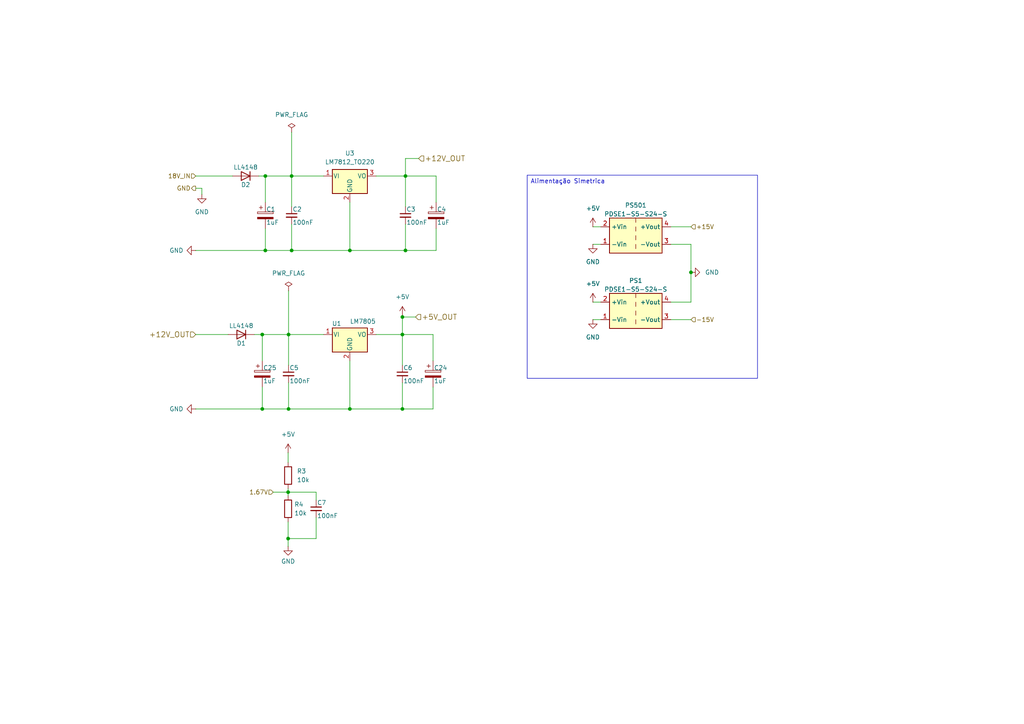
<source format=kicad_sch>
(kicad_sch (version 20250114) (generator "eeschema") (generator_version "9.0")
  (paper "A4")
  (lib_symbols
    (symbol "Converter_DCDC:MEE3S0512SC"
      (property "Reference" "PS" (at -7.62 6.35 0))
      (property "Value" "MEE3S0512SC" (at 1.27 6.35 0))
      (symbol "MEE3S0512SC_0_0"
        (pin power_in line (at -10.16 2.54 0) (length 2.54) (name "+Vin") (number "2"))
        (pin power_in line (at -10.16 -2.54 0) (length 2.54) (name "-Vin") (number "1"))
        (pin power_out line (at 10.16 2.54 180) (length 2.54) (name "+Vout") (number "4"))
        (pin power_out line (at 10.16 -2.54 180) (length 2.54) (name "-Vout") (number "3"))
      )
      (symbol "MEE3S0512SC_0_1"
        (rectangle (start -7.62 5.08) (end 7.62 -5.08) (stroke (width 0.254)) (fill (type background)))
        (polyline (pts (xy 0 5.08) (xy 0 3.81)))
        (polyline (pts (xy 0 2.54) (xy 0 1.27)))
        (polyline (pts (xy 0 0) (xy 0 -1.27)))
        (polyline (pts (xy 0 -2.54) (xy 0 -3.81)))
      )
    )
    (symbol "Device:C_Polarized" (pin_numbers (hide yes)) (pin_names (offset 0.254))
      (property "Reference" "C" (at 0.635 2.54 0))
      (property "Value" "C_Polarized" (at 0.635 -2.54 0))
      (symbol "C_Polarized_0_1"
        (rectangle (start -2.286 0.508) (end 2.286 1.016))
        (polyline (pts (xy -1.778 2.286) (xy -0.762 2.286)))
        (polyline (pts (xy -1.27 2.794) (xy -1.27 1.778)))
        (rectangle (start 2.286 -0.508) (end -2.286 -1.016) (fill (type outline)))
      )
      (symbol "C_Polarized_1_1"
        (pin passive line (at 0 3.81 270) (length 2.794) (name "~") (number "1"))
        (pin passive line (at 0 -3.81 90) (length 2.794) (name "~") (number "2"))
      )
    )
    (symbol "Device:C_Small" (pin_numbers (hide yes)) (pin_names (offset 0.254) (hide yes))
      (property "Reference" "C" (at 0.254 1.778 0))
      (property "Value" "C_Small" (at 0.254 -2.032 0))
      (symbol "C_Small_0_1"
        (polyline (pts (xy -1.524 0.508) (xy 1.524 0.508)) (stroke (width 0.3048)))
        (polyline (pts (xy -1.524 -0.508) (xy 1.524 -0.508)) (stroke (width 0.3302)))
      )
      (symbol "C_Small_1_1"
        (pin passive line (at 0 2.54 270) (length 2.032) (name "~") (number "1"))
        (pin passive line (at 0 -2.54 90) (length 2.032) (name "~") (number "2"))
      )
    )
    (symbol "Device:R" (pin_numbers (hide yes)) (pin_names (offset 0))
      (property "Reference" "R" (at 2.032 0 90))
      (property "Value" "R" (at 0 0 90))
      (symbol "R_0_1"
        (rectangle (start -1.016 -2.54) (end 1.016 2.54) (stroke (width 0.254)))
      )
      (symbol "R_1_1"
        (pin passive line (at 0 3.81 270) (length 1.27) (name "~") (number "1"))
        (pin passive line (at 0 -3.81 90) (length 1.27) (name "~") (number "2"))
      )
    )
    (symbol "Diode:LL4148" (pin_numbers (hide yes)) (pin_names (hide yes))
      (property "Reference" "D" (at 0 2.54 0))
      (property "Value" "LL4148" (at 0 -2.54 0))
      (symbol "LL4148_0_1"
        (polyline (pts (xy -1.27 1.27) (xy -1.27 -1.27)) (stroke (width 0.254)))
        (polyline (pts (xy 1.27 1.27) (xy 1.27 -1.27) (xy -1.27 0) (xy 1.27 1.27)) (stroke (width 0.254)))
        (polyline (pts (xy 1.27 0) (xy -1.27 0)))
      )
      (symbol "LL4148_1_1"
        (pin passive line (at -3.81 0 0) (length 2.54) (name "K") (number "1"))
        (pin passive line (at 3.81 0 180) (length 2.54) (name "A") (number "2"))
      )
    )
    (symbol "Regulator_Linear:LM7805_TO220" (pin_names (offset 0.254))
      (property "Reference" "U" (at -3.81 3.175 0))
      (property "Value" "LM7805_TO220" (at 0 3.175 0))
      (symbol "LM7805_TO220_0_1"
        (rectangle (start -5.08 1.905) (end 5.08 -5.08) (stroke (width 0.254)) (fill (type background)))
      )
      (symbol "LM7805_TO220_1_1"
        (pin power_in line (at -7.62 0 0) (length 2.54) (name "VI") (number "1"))
        (pin power_in line (at 0 -7.62 90) (length 2.54) (name "GND") (number "2"))
        (pin power_out line (at 7.62 0 180) (length 2.54) (name "VO") (number "3"))
      )
    )
    (symbol "Regulator_Linear:LM7812_TO220" (pin_names (offset 0.254))
      (property "Reference" "U" (at -3.81 3.175 0))
      (property "Value" "LM7812_TO220" (at 0 3.175 0))
      (symbol "LM7812_TO220_0_1"
        (rectangle (start -5.08 1.905) (end 5.08 -5.08) (stroke (width 0.254)) (fill (type background)))
      )
      (symbol "LM7812_TO220_1_1"
        (pin power_in line (at -7.62 0 0) (length 2.54) (name "VI") (number "1"))
        (pin power_in line (at 0 -7.62 90) (length 2.54) (name "GND") (number "2"))
        (pin power_out line (at 7.62 0 180) (length 2.54) (name "VO") (number "3"))
      )
    )
    (symbol "power:+5V" (power) (pin_numbers (hide yes)) (pin_names (offset 0) (hide yes))
      (property "Value" "+5V" (at 0 3.556 0))
      (symbol "+5V_0_1"
        (polyline (pts (xy -0.762 1.27) (xy 0 2.54)))
        (polyline (pts (xy 0 2.54) (xy 0.762 1.27)))
        (polyline (pts (xy 0 0) (xy 0 2.54)))
      )
      (symbol "+5V_1_1"
        (pin power_in line (at 0 0 90) (length 0) (name "~") (number "1"))
      )
    )
    (symbol "power:GND" (power) (pin_numbers (hide yes)) (pin_names (offset 0) (hide yes))
      (property "Value" "GND" (at 0 -3.81 0))
      (symbol "GND_0_1"
        (polyline (pts (xy 0 0) (xy 0 -1.27) (xy 1.27 -1.27) (xy 0 -2.54) (xy -1.27 -1.27) (xy 0 -1.27)))
      )
      (symbol "GND_1_1"
        (pin power_in line (at 0 0 270) (length 0) (name "~") (number "1"))
      )
    )
    (symbol "power:PWR_FLAG" (power) (pin_numbers (hide yes)) (pin_names (offset 0) (hide yes))
      (property "Value" "PWR_FLAG" (at 0 3.81 0))
      (symbol "PWR_FLAG_0_0"
        (pin power_out line (at 0 0 90) (length 0) (name "~") (number "1"))
      )
      (symbol "PWR_FLAG_0_1"
        (polyline (pts (xy 0 0) (xy 0 1.27) (xy -1.016 1.905) (xy 0 2.54) (xy 1.016 1.905) (xy 0 1.27)))
      )
    )
  )
  (text_box "Alimentação Simetrica" (at 152.908 50.8 0) (size 66.802 58.928) (margins 0.9525 0.9525 0.9525 0.9525) (effects (font (size 1.27 1.27)) (justify left top)))
  (junction (at 117.602 51.054))
  (junction (at 83.566 156.21))
  (junction (at 76.073 118.618))
  (junction (at 83.693 97.028))
  (junction (at 116.713 97.028))
  (junction (at 76.073 97.028))
  (junction (at 84.582 72.644))
  (junction (at 84.582 51.054))
  (junction (at 76.962 51.054))
  (junction (at 200.406 78.994))
  (junction (at 116.713 91.948))
  (junction (at 83.693 118.618))
  (junction (at 101.473 118.618))
  (junction (at 101.473 72.644))
  (junction (at 116.713 118.618))
  (junction (at 83.566 142.748))
  (junction (at 76.962 72.644))
  (junction (at 117.602 72.644))
  (wire (pts (xy 101.473 118.618) (xy 116.713 118.618)))
  (wire (pts (xy 83.566 156.21) (xy 83.566 151.384)))
  (wire (pts (xy 116.713 91.948) (xy 116.713 97.028)))
  (wire (pts (xy 76.962 66.294) (xy 76.962 72.644)))
  (wire (pts (xy 101.473 58.674) (xy 101.473 72.644)))
  (wire (pts (xy 76.073 97.028) (xy 83.693 97.028)))
  (wire (pts (xy 117.602 45.974) (xy 117.602 51.054)))
  (wire (pts (xy 109.093 51.054) (xy 117.602 51.054)))
  (wire (pts (xy 76.073 97.028) (xy 76.073 104.648)))
  (wire (pts (xy 84.582 65.024) (xy 84.582 72.644)))
  (wire (pts (xy 83.566 156.21) (xy 83.566 158.496)))
  (wire (pts (xy 56.769 118.618) (xy 76.073 118.618)))
  (wire (pts (xy 116.713 97.028) (xy 116.713 105.918)))
  (wire (pts (xy 76.962 72.644) (xy 84.582 72.644)))
  (wire (pts (xy 83.693 118.618) (xy 101.473 118.618)))
  (wire (pts (xy 91.694 150.114) (xy 91.694 156.21)))
  (wire (pts (xy 84.582 38.354) (xy 84.582 51.054)))
  (wire (pts (xy 109.093 97.028) (xy 116.713 97.028)))
  (wire (pts (xy 194.564 87.63) (xy 200.406 87.63)))
  (wire (pts (xy 125.603 97.028) (xy 125.603 104.648)))
  (wire (pts (xy 67.437 51.054) (xy 56.769 51.054)))
  (wire (pts (xy 120.523 91.948) (xy 116.713 91.948)))
  (wire (pts (xy 83.566 142.748) (xy 83.566 143.764)))
  (wire (pts (xy 171.958 70.866) (xy 174.244 70.866)))
  (wire (pts (xy 101.473 118.618) (xy 101.473 104.648)))
  (wire (pts (xy 126.492 66.294) (xy 126.492 72.644)))
  (wire (pts (xy 56.769 72.644) (xy 76.962 72.644)))
  (wire (pts (xy 116.713 118.618) (xy 116.713 110.998)))
  (wire (pts (xy 200.406 70.866) (xy 194.564 70.866)))
  (wire (pts (xy 73.787 97.028) (xy 76.073 97.028)))
  (wire (pts (xy 117.602 51.054) (xy 117.602 59.944)))
  (wire (pts (xy 83.693 110.998) (xy 83.693 118.618)))
  (wire (pts (xy 83.693 97.028) (xy 93.853 97.028)))
  (wire (pts (xy 101.473 72.644) (xy 117.602 72.644)))
  (wire (pts (xy 194.564 92.71) (xy 200.406 92.71)))
  (wire (pts (xy 83.693 84.328) (xy 83.693 97.028)))
  (wire (pts (xy 171.958 92.71) (xy 174.244 92.71)))
  (wire (pts (xy 116.713 97.028) (xy 125.603 97.028)))
  (wire (pts (xy 76.073 118.618) (xy 83.693 118.618)))
  (wire (pts (xy 116.713 91.44) (xy 116.713 91.948)))
  (wire (pts (xy 194.564 65.786) (xy 200.406 65.786)))
  (wire (pts (xy 58.547 54.61) (xy 58.547 56.388)))
  (wire (pts (xy 121.412 45.974) (xy 117.602 45.974)))
  (wire (pts (xy 91.694 145.034) (xy 91.694 142.748)))
  (wire (pts (xy 56.769 97.028) (xy 66.167 97.028)))
  (wire (pts (xy 91.694 142.748) (xy 83.566 142.748)))
  (wire (pts (xy 75.057 51.054) (xy 76.962 51.054)))
  (wire (pts (xy 171.958 65.786) (xy 174.244 65.786)))
  (wire (pts (xy 200.406 78.994) (xy 200.406 70.866)))
  (wire (pts (xy 76.962 51.054) (xy 76.962 58.674)))
  (wire (pts (xy 84.582 51.054) (xy 84.582 59.944)))
  (wire (pts (xy 126.492 51.054) (xy 126.492 58.674)))
  (wire (pts (xy 83.693 97.028) (xy 83.693 105.918)))
  (wire (pts (xy 117.602 51.054) (xy 126.492 51.054)))
  (wire (pts (xy 200.406 87.63) (xy 200.406 78.994)))
  (wire (pts (xy 76.073 112.268) (xy 76.073 118.618)))
  (wire (pts (xy 84.582 51.054) (xy 93.853 51.054)))
  (wire (pts (xy 171.958 87.63) (xy 174.244 87.63)))
  (wire (pts (xy 84.582 72.644) (xy 101.473 72.644)))
  (wire (pts (xy 76.962 51.054) (xy 84.582 51.054)))
  (wire (pts (xy 117.602 72.644) (xy 117.602 65.024)))
  (wire (pts (xy 56.769 54.61) (xy 58.547 54.61)))
  (wire (pts (xy 117.602 72.644) (xy 126.492 72.644)))
  (wire (pts (xy 83.566 141.732) (xy 83.566 142.748)))
  (wire (pts (xy 125.603 112.268) (xy 125.603 118.618)))
  (wire (pts (xy 116.713 118.618) (xy 125.603 118.618)))
  (wire (pts (xy 79.248 142.748) (xy 83.566 142.748)))
  (wire (pts (xy 83.566 131.318) (xy 83.566 134.112)))
  (wire (pts (xy 91.694 156.21) (xy 83.566 156.21)))
  (hierarchical_label "-15V" (shape input) (at 200.406 92.71 0))
  (hierarchical_label "+12V_OUT" (shape input) (at 121.412 45.974 0) (effects (font (size 1.524 1.524))))
  (hierarchical_label "18V_IN" (shape input) (at 56.769 51.054 180))
  (hierarchical_label "+15V" (shape input) (at 200.406 65.786 0))
  (hierarchical_label "GND" (shape output) (at 56.769 54.61 180))
  (hierarchical_label "+12V_OUT" (shape input) (at 56.769 97.028 180) (effects (font (size 1.524 1.524))))
  (hierarchical_label "+5V_OUT" (shape input) (at 120.523 91.948 0) (effects (font (size 1.524 1.524))))
  (hierarchical_label "1.67V" (shape input) (at 79.248 142.748 180))
  (symbol (lib_id "power:GND") (at 171.958 92.71 0) (unit 1)
    (property "Reference" "#PWR08" (effects (hide yes)))
    (property "Value" "GND" (at 171.958 97.79 0))
    (property "Description" "Power symbol creates a global label with name \"GND\" , ground" (effects (hide yes)))
  )
  (symbol (lib_id "Device:C_Small") (at 116.713 108.458 0) (unit 1)
    (property "Reference" "C6" (at 116.967 106.68 0) (effects (justify left)))
    (property "Value" "100nF" (at 116.967 110.49 0) (effects (justify left)))
    (property "Footprint" "Capacitor_SMD:C_0805_2012Metric_Pad1.18x1.45mm_HandSolder" (effects (hide yes)))
  )
  (symbol (lib_id "power:GND") (at 56.769 118.618 270) (unit 1)
    (property "Reference" "#PWR02" (effects (hide yes)))
    (property "Value" "GND" (at 53.213 118.6179 90) (effects (justify right)))
    (property "Description" "Power symbol creates a global label with name \"GND\" , ground" (effects (hide yes)))
  )
  (symbol (lib_id "Device:C_Polarized") (at 76.962 62.484 0) (unit 1)
    (property "Reference" "C1" (at 77.216 60.706 0) (effects (justify left)))
    (property "Value" "1uF" (at 77.216 64.516 0) (effects (justify left)))
    (property "Footprint" "Capacitor_Tantalum_SMD:CP_EIA-6032-15_Kemet-U_HandSolder" (effects (hide yes)))
    (property "Description" "Polarized capacitor" (effects (hide yes)))
  )
  (symbol (lib_id "Regulator_Linear:LM7805_TO220") (at 101.473 97.028 0) (unit 1)
    (property "Reference" "U1" (at 97.663 93.853 0))
    (property "Value" "LM7805" (at 101.473 93.218 0) (effects (justify left)))
    (property "Footprint" "Package_TO_SOT_THT:TO-220-3_Horizontal_TabDown" (effects (hide yes)))
    (property "Datasheet" "https://www.sparkfun.com/datasheets/Components/LM7805.pdf" (effects (hide yes)))
  )
  (symbol (lib_id "power:+5V") (at 171.958 87.63 0) (unit 1)
    (property "Reference" "#PWR06" (effects (hide yes)))
    (property "Value" "+5V" (at 171.958 82.296 0))
    (property "Description" "Power symbol creates a global label with name \"+5V\"" (effects (hide yes)))
  )
  (symbol (lib_id "Device:C_Polarized") (at 125.603 108.458 0) (unit 1)
    (property "Reference" "C24" (at 125.857 106.68 0) (effects (justify left)))
    (property "Value" "1uF" (at 125.857 110.49 0) (effects (justify left)))
    (property "Footprint" "Capacitor_Tantalum_SMD:CP_EIA-6032-15_Kemet-U_HandSolder" (effects (hide yes)))
    (property "Description" "Polarized capacitor" (effects (hide yes)))
  )
  (symbol (lib_id "Device:C_Small") (at 83.693 108.458 0) (unit 1)
    (property "Reference" "C5" (at 83.947 106.68 0) (effects (justify left)))
    (property "Value" "100nF" (at 83.947 110.49 0) (effects (justify left)))
    (property "Footprint" "Capacitor_SMD:C_0805_2012Metric_Pad1.18x1.45mm_HandSolder" (effects (hide yes)))
  )
  (symbol (lib_id "Diode:LL4148") (at 71.247 51.054 180) (unit 1)
    (property "Reference" "D2" (at 71.247 53.594 0))
    (property "Value" "LL4148" (at 71.247 48.514 0))
    (property "Footprint" "Diode_SMD:D_MiniMELF_Handsoldering" (effects (hide yes)))
    (property "Datasheet" "https://www.vishay.com/docs/85557/ll4148.pdf" (effects (hide yes)))
  )
  (symbol (lib_id "Device:R") (at 83.566 147.574 180) (unit 1)
    (property "Reference" "R4" (at 85.344 146.3039 0) (effects (justify right)))
    (property "Value" "10k" (at 85.344 148.8439 0) (effects (justify right)))
    (property "Footprint" "Resistor_SMD:R_0805_2012Metric_Pad1.20x1.40mm_HandSolder" (effects (hide yes)))
    (property "Description" "Resistor" (effects (hide yes)))
  )
  (symbol (lib_id "power:+5V") (at 171.958 65.786 0) (unit 1)
    (property "Reference" "#PWR05" (effects (hide yes)))
    (property "Value" "+5V" (at 171.958 60.452 0))
    (property "Description" "Power symbol creates a global label with name \"+5V\"" (effects (hide yes)))
  )
  (symbol (lib_id "power:GND") (at 200.406 78.994 90) (unit 1)
    (property "Reference" "#PWR09" (effects (hide yes)))
    (property "Value" "GND" (at 204.47 78.9939 90) (effects (justify right)))
    (property "Description" "Power symbol creates a global label with name \"GND\" , ground" (effects (hide yes)))
  )
  (symbol (lib_id "power:GND") (at 171.958 70.866 0) (unit 1)
    (property "Reference" "#PWR07" (effects (hide yes)))
    (property "Value" "GND" (at 171.958 75.946 0))
    (property "Description" "Power symbol creates a global label with name \"GND\" , ground" (effects (hide yes)))
  )
  (symbol (lib_id "power:PWR_FLAG") (at 83.693 84.328 0) (unit 1)
    (property "Reference" "#FLG01" (effects (hide yes)))
    (property "Value" "PWR_FLAG" (at 83.693 79.248 0))
  )
  (symbol (lib_id "power:PWR_FLAG") (at 84.582 38.354 0) (unit 1)
    (property "Reference" "#FLG02" (effects (hide yes)))
    (property "Value" "PWR_FLAG" (at 84.582 33.274 0))
  )
  (symbol (lib_id "Converter_DCDC:MEE3S0512SC") (at 184.404 68.326 0) (unit 1)
    (property "Reference" "PS501" (at 184.404 59.5462 0))
    (property "Value" "PDSE1-S5-S24-S" (at 184.404 62.0831 0))
    (property "Footprint" "Converter_DCDC:Converter_DCDC_Murata_MEE3SxxxxSC_THT" (effects (hide yes)))
    (property "Datasheet" "https://power.murata.com/pub/data/power/ncl/kdc_mee3.pdf" (effects (hide yes)))
  )
  (symbol (lib_id "power:GND") (at 56.769 72.644 270) (unit 1)
    (property "Reference" "#PWR03" (effects (hide yes)))
    (property "Value" "GND" (at 53.213 72.6439 90) (effects (justify right)))
    (property "Description" "Power symbol creates a global label with name \"GND\" , ground" (effects (hide yes)))
  )
  (symbol (lib_id "power:+5V") (at 83.566 131.318 0) (unit 1)
    (property "Reference" "#PWR022" (effects (hide yes)))
    (property "Value" "+5V" (at 83.566 125.984 0))
    (property "Description" "Power symbol creates a global label with name \"+5V\"" (effects (hide yes)))
  )
  (symbol (lib_id "Regulator_Linear:LM7812_TO220") (at 101.473 51.054 0) (unit 1)
    (property "Reference" "U3" (at 101.473 44.45 0))
    (property "Value" "LM7812_TO220" (at 101.473 46.99 0))
    (property "Footprint" "Package_TO_SOT_THT:TO-220-3_Horizontal_TabDown" (effects (hide yes)))
    (property "Datasheet" "https://www.onsemi.cn/PowerSolutions/document/MC7800-D.PDF" (effects (hide yes)))
    (property "Description" "Positive 1A 35V Linear Regulator, Fixed Output 12V, TO-220" (effects (hide yes)))
  )
  (symbol (lib_id "Device:C_Small") (at 117.602 62.484 0) (unit 1)
    (property "Reference" "C3" (at 117.856 60.706 0) (effects (justify left)))
    (property "Value" "100nF" (at 117.856 64.516 0) (effects (justify left)))
    (property "Footprint" "Capacitor_SMD:C_0805_2012Metric_Pad1.18x1.45mm_HandSolder" (effects (hide yes)))
  )
  (symbol (lib_id "Device:C_Small") (at 84.582 62.484 0) (unit 1)
    (property "Reference" "C2" (at 84.836 60.706 0) (effects (justify left)))
    (property "Value" "100nF" (at 84.836 64.516 0) (effects (justify left)))
    (property "Footprint" "Capacitor_SMD:C_0805_2012Metric_Pad1.18x1.45mm_HandSolder" (effects (hide yes)))
  )
  (symbol (lib_id "power:+5V") (at 116.713 91.44 0) (unit 1)
    (property "Reference" "#PWR04" (effects (hide yes)))
    (property "Value" "+5V" (at 116.713 86.106 0))
    (property "Description" "Power symbol creates a global label with name \"+5V\"" (effects (hide yes)))
  )
  (symbol (lib_id "Diode:LL4148") (at 69.977 97.028 180) (unit 1)
    (property "Reference" "D1" (at 69.977 99.568 0))
    (property "Value" "LL4148" (at 69.977 94.488 0))
    (property "Footprint" "Diode_SMD:D_MiniMELF_Handsoldering" (effects (hide yes)))
    (property "Datasheet" "https://www.vishay.com/docs/85557/ll4148.pdf" (effects (hide yes)))
  )
  (symbol (lib_id "power:GND") (at 83.566 158.496 0) (unit 1)
    (property "Reference" "#PWR023" (effects (hide yes)))
    (property "Value" "GND" (at 83.566 162.814 0))
    (property "Description" "Power symbol creates a global label with name \"GND\" , ground" (effects (hide yes)))
  )
  (symbol (lib_id "Converter_DCDC:MEE3S0512SC") (at 184.404 90.17 0) (unit 1)
    (property "Reference" "PS1" (at 184.404 81.3902 0))
    (property "Value" "PDSE1-S5-S24-S" (at 184.404 83.9271 0))
    (property "Footprint" "Converter_DCDC:Converter_DCDC_Murata_MEE3SxxxxSC_THT" (effects (hide yes)))
    (property "Datasheet" "https://power.murata.com/pub/data/power/ncl/kdc_mee3.pdf" (effects (hide yes)))
  )
  (symbol (lib_id "Device:R") (at 83.566 137.922 180) (unit 1)
    (property "Reference" "R3" (at 86.106 136.6519 0) (effects (justify right)))
    (property "Value" "10k" (at 86.106 139.1919 0) (effects (justify right)))
    (property "Footprint" "Resistor_SMD:R_0805_2012Metric_Pad1.20x1.40mm_HandSolder" (effects (hide yes)))
    (property "Description" "Resistor" (effects (hide yes)))
  )
  (symbol (lib_id "Device:C_Polarized") (at 126.492 62.484 0) (unit 1)
    (property "Reference" "C4" (at 126.746 60.706 0) (effects (justify left)))
    (property "Value" "1uF" (at 126.746 64.516 0) (effects (justify left)))
    (property "Footprint" "Capacitor_Tantalum_SMD:CP_EIA-6032-15_Kemet-U_HandSolder" (effects (hide yes)))
    (property "Description" "Polarized capacitor" (effects (hide yes)))
  )
  (symbol (lib_id "Device:C_Polarized") (at 76.073 108.458 0) (unit 1)
    (property "Reference" "C25" (at 76.327 106.68 0) (effects (justify left)))
    (property "Value" "1uF" (at 76.327 110.49 0) (effects (justify left)))
    (property "Footprint" "Capacitor_Tantalum_SMD:CP_EIA-6032-15_Kemet-U_HandSolder" (effects (hide yes)))
    (property "Description" "Polarized capacitor" (effects (hide yes)))
  )
  (symbol (lib_id "power:GND") (at 58.547 56.388 0) (unit 1)
    (property "Reference" "#PWR01" (effects (hide yes)))
    (property "Value" "GND" (at 58.547 61.468 0))
    (property "Description" "Power symbol creates a global label with name \"GND\" , ground" (effects (hide yes)))
  )
  (symbol (lib_id "Device:C_Small") (at 91.694 147.574 0) (unit 1)
    (property "Reference" "C7" (at 91.948 145.796 0) (effects (justify left)))
    (property "Value" "100nF" (at 91.948 149.606 0) (effects (justify left)))
    (property "Footprint" "Capacitor_SMD:C_0805_2012Metric_Pad1.18x1.45mm_HandSolder" (effects (hide yes)))
  )
)
</source>
